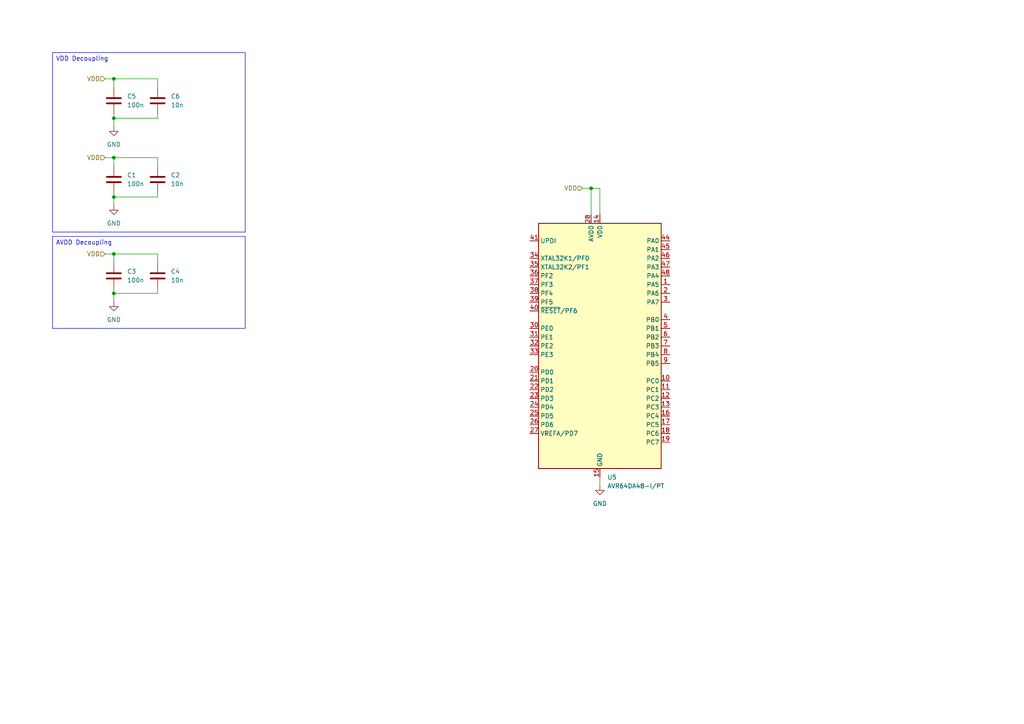
<source format=kicad_sch>
(kicad_sch (version 20250114) (generator "eeschema") (generator_version "9.0")
  (paper "A4")
  (lib_symbols
    (symbol "Device:C" (pin_numbers (hide yes)) (pin_names (offset 0.254))
      (property "Reference" "C" (at 0.635 2.54 0))
      (property "Value" "C" (at 0.635 -2.54 0))
      (symbol "C_0_1"
        (polyline (pts (xy -2.032 0.762) (xy 2.032 0.762)) (stroke (width 0.508)))
        (polyline (pts (xy -2.032 -0.762) (xy 2.032 -0.762)) (stroke (width 0.508)))
      )
      (symbol "C_1_1"
        (pin passive line (at 0 3.81 270) (length 2.794) (name "~") (number "1"))
        (pin passive line (at 0 -3.81 90) (length 2.794) (name "~") (number "2"))
      )
    )
    (symbol "MCU_Microchip_AVR_Dx:AVR64DA48x-xPT"
      (property "Reference" "U" (at -17.78 36.83 0))
      (property "Value" "AVR64DA48x-xPT" (at 5.08 -36.83 0))
      (symbol "AVR64DA48x-xPT_0_1"
        (rectangle (start -17.78 35.56) (end 17.78 -35.56) (stroke (width 0.254)) (fill (type background)))
      )
      (symbol "AVR64DA48x-xPT_1_1"
        (pin input line (at -20.32 30.48 0) (length 2.54) (name "UPDI") (number "41"))
        (pin bidirectional line (at -20.32 25.4 0) (length 2.54) (name "XTAL32K1/PF0") (number "34"))
        (pin bidirectional line (at -20.32 22.86 0) (length 2.54) (name "XTAL32K2/PF1") (number "35"))
        (pin bidirectional line (at -20.32 20.32 0) (length 2.54) (name "PF2") (number "36"))
        (pin bidirectional line (at -20.32 17.78 0) (length 2.54) (name "PF3") (number "37"))
        (pin bidirectional line (at -20.32 15.24 0) (length 2.54) (name "PF4") (number "38"))
        (pin bidirectional line (at -20.32 12.7 0) (length 2.54) (name "PF5") (number "39"))
        (pin bidirectional line (at -20.32 10.16 0) (length 2.54) (name "~{RESET}/PF6") (number "40"))
        (pin bidirectional line (at -20.32 5.08 0) (length 2.54) (name "PE0") (number "30"))
        (pin bidirectional line (at -20.32 2.54 0) (length 2.54) (name "PE1") (number "31"))
        (pin bidirectional line (at -20.32 0 0) (length 2.54) (name "PE2") (number "32"))
        (pin bidirectional line (at -20.32 -2.54 0) (length 2.54) (name "PE3") (number "33"))
        (pin bidirectional line (at -20.32 -7.62 0) (length 2.54) (name "PD0") (number "20"))
        (pin bidirectional line (at -20.32 -10.16 0) (length 2.54) (name "PD1") (number "21"))
        (pin bidirectional line (at -20.32 -12.7 0) (length 2.54) (name "PD2") (number "22"))
        (pin bidirectional line (at -20.32 -15.24 0) (length 2.54) (name "PD3") (number "23"))
        (pin bidirectional line (at -20.32 -17.78 0) (length 2.54) (name "PD4") (number "24"))
        (pin bidirectional line (at -20.32 -20.32 0) (length 2.54) (name "PD5") (number "25"))
        (pin bidirectional line (at -20.32 -22.86 0) (length 2.54) (name "PD6") (number "26"))
        (pin bidirectional line (at -20.32 -25.4 0) (length 2.54) (name "VREFA/PD7") (number "27"))
        (pin power_in line (at -2.54 38.1 270) (length 2.54) (name "AVDD") (number "28"))
        (pin power_in line (at 0 38.1 270) (length 2.54) (name "VDD") (number "14"))
        (pin passive line (at 0 38.1 270) (length 2.54) (hide yes) (name "VDD") (number "42"))
        (pin power_in line (at 0 -38.1 90) (length 2.54) (name "GND") (number "15"))
        (pin passive line (at 0 -38.1 90) (length 2.54) (hide yes) (name "GND") (number "29"))
        (pin passive line (at 0 -38.1 90) (length 2.54) (hide yes) (name "GND") (number "43"))
        (pin bidirectional line (at 20.32 30.48 180) (length 2.54) (name "PA0") (number "44"))
        (pin bidirectional line (at 20.32 27.94 180) (length 2.54) (name "PA1") (number "45"))
        (pin bidirectional line (at 20.32 25.4 180) (length 2.54) (name "PA2") (number "46"))
        (pin bidirectional line (at 20.32 22.86 180) (length 2.54) (name "PA3") (number "47"))
        (pin bidirectional line (at 20.32 20.32 180) (length 2.54) (name "PA4") (number "48"))
        (pin bidirectional line (at 20.32 17.78 180) (length 2.54) (name "PA5") (number "1"))
        (pin bidirectional line (at 20.32 15.24 180) (length 2.54) (name "PA6") (number "2"))
        (pin bidirectional line (at 20.32 12.7 180) (length 2.54) (name "PA7") (number "3"))
        (pin bidirectional line (at 20.32 7.62 180) (length 2.54) (name "PB0") (number "4"))
        (pin bidirectional line (at 20.32 5.08 180) (length 2.54) (name "PB1") (number "5"))
        (pin bidirectional line (at 20.32 2.54 180) (length 2.54) (name "PB2") (number "6"))
        (pin bidirectional line (at 20.32 0 180) (length 2.54) (name "PB3") (number "7"))
        (pin bidirectional line (at 20.32 -2.54 180) (length 2.54) (name "PB4") (number "8"))
        (pin bidirectional line (at 20.32 -5.08 180) (length 2.54) (name "PB5") (number "9"))
        (pin bidirectional line (at 20.32 -10.16 180) (length 2.54) (name "PC0") (number "10"))
        (pin bidirectional line (at 20.32 -12.7 180) (length 2.54) (name "PC1") (number "11"))
        (pin bidirectional line (at 20.32 -15.24 180) (length 2.54) (name "PC2") (number "12"))
        (pin bidirectional line (at 20.32 -17.78 180) (length 2.54) (name "PC3") (number "13"))
        (pin bidirectional line (at 20.32 -20.32 180) (length 2.54) (name "PC4") (number "16"))
        (pin bidirectional line (at 20.32 -22.86 180) (length 2.54) (name "PC5") (number "17"))
        (pin bidirectional line (at 20.32 -25.4 180) (length 2.54) (name "PC6") (number "18"))
        (pin bidirectional line (at 20.32 -27.94 180) (length 2.54) (name "PC7") (number "19"))
      )
    )
    (symbol "power:GND" (power) (pin_numbers (hide yes)) (pin_names (offset 0) (hide yes))
      (property "Value" "GND" (at 0 -3.81 0))
      (symbol "GND_0_1"
        (polyline (pts (xy 0 0) (xy 0 -1.27) (xy 1.27 -1.27) (xy 0 -2.54) (xy -1.27 -1.27) (xy 0 -1.27)))
      )
      (symbol "GND_1_1"
        (pin power_in line (at 0 0 270) (length 0) (name "~") (number "1"))
      )
    )
  )
  (text_box "VDD Decoupling" (at 15.24 15.24 0) (size 55.88 52.07) (margins 0.9525 0.9525 0.9525 0.9525) (effects (font (size 1.27 1.27)) (justify left top)))
  (text_box "AVDD Decoupling" (at 15.24 68.58 0) (size 55.88 26.67) (margins 0.9525 0.9525 0.9525 0.9525) (effects (font (size 1.27 1.27)) (justify left top)))
  (junction (at 171.45 54.61))
  (junction (at 33.02 22.86))
  (junction (at 33.02 45.72))
  (junction (at 33.02 73.66))
  (junction (at 33.02 85.09))
  (junction (at 33.02 34.29))
  (junction (at 33.02 57.15))
  (wire (pts (xy 33.02 34.29) (xy 33.02 36.83)))
  (wire (pts (xy 33.02 83.82) (xy 33.02 85.09)))
  (wire (pts (xy 45.72 22.86) (xy 45.72 25.4)))
  (wire (pts (xy 30.48 73.66) (xy 33.02 73.66)))
  (wire (pts (xy 33.02 57.15) (xy 33.02 59.69)))
  (wire (pts (xy 30.48 22.86) (xy 33.02 22.86)))
  (wire (pts (xy 168.91 54.61) (xy 171.45 54.61)))
  (wire (pts (xy 45.72 34.29) (xy 33.02 34.29)))
  (wire (pts (xy 45.72 45.72) (xy 45.72 48.26)))
  (wire (pts (xy 173.99 138.43) (xy 173.99 140.97)))
  (wire (pts (xy 33.02 85.09) (xy 33.02 87.63)))
  (wire (pts (xy 45.72 83.82) (xy 45.72 85.09)))
  (wire (pts (xy 45.72 85.09) (xy 33.02 85.09)))
  (wire (pts (xy 30.48 45.72) (xy 33.02 45.72)))
  (wire (pts (xy 33.02 73.66) (xy 45.72 73.66)))
  (wire (pts (xy 171.45 54.61) (xy 173.99 54.61)))
  (wire (pts (xy 33.02 55.88) (xy 33.02 57.15)))
  (wire (pts (xy 45.72 73.66) (xy 45.72 76.2)))
  (wire (pts (xy 45.72 33.02) (xy 45.72 34.29)))
  (wire (pts (xy 45.72 57.15) (xy 33.02 57.15)))
  (wire (pts (xy 33.02 45.72) (xy 45.72 45.72)))
  (wire (pts (xy 171.45 54.61) (xy 171.45 62.23)))
  (wire (pts (xy 33.02 48.26) (xy 33.02 45.72)))
  (wire (pts (xy 45.72 55.88) (xy 45.72 57.15)))
  (wire (pts (xy 33.02 25.4) (xy 33.02 22.86)))
  (wire (pts (xy 33.02 76.2) (xy 33.02 73.66)))
  (wire (pts (xy 173.99 54.61) (xy 173.99 62.23)))
  (wire (pts (xy 33.02 22.86) (xy 45.72 22.86)))
  (wire (pts (xy 33.02 33.02) (xy 33.02 34.29)))
  (hierarchical_label "VDD" (shape input) (at 30.48 73.66 180))
  (hierarchical_label "VDD" (shape input) (at 30.48 22.86 180))
  (hierarchical_label "VDD" (shape input) (at 30.48 45.72 180))
  (hierarchical_label "VDD" (shape input) (at 168.91 54.61 180))
  (symbol (lib_id "Device:C") (at 33.02 52.07 0) (unit 1)
    (property "Reference" "C1" (at 36.83 50.7999 0) (effects (justify left)))
    (property "Value" "100n" (at 36.83 53.3399 0) (effects (justify left)))
    (property "Description" "Unpolarized capacitor" (effects (hide yes)))
  )
  (symbol (lib_id "Device:C") (at 45.72 29.21 0) (unit 1)
    (property "Reference" "C6" (at 49.53 27.9399 0) (effects (justify left)))
    (property "Value" "10n" (at 49.53 30.4799 0) (effects (justify left)))
    (property "Description" "Unpolarized capacitor" (effects (hide yes)))
  )
  (symbol (lib_id "Device:C") (at 45.72 52.07 0) (unit 1)
    (property "Reference" "C2" (at 49.53 50.7999 0) (effects (justify left)))
    (property "Value" "10n" (at 49.53 53.3399 0) (effects (justify left)))
    (property "Description" "Unpolarized capacitor" (effects (hide yes)))
  )
  (symbol (lib_id "Device:C") (at 33.02 29.21 0) (unit 1)
    (property "Reference" "C5" (at 36.83 27.9399 0) (effects (justify left)))
    (property "Value" "100n" (at 36.83 30.4799 0) (effects (justify left)))
    (property "Description" "Unpolarized capacitor" (effects (hide yes)))
  )
  (symbol (lib_id "Device:C") (at 45.72 80.01 0) (unit 1)
    (property "Reference" "C4" (at 49.53 78.7399 0) (effects (justify left)))
    (property "Value" "10n" (at 49.53 81.2799 0) (effects (justify left)))
    (property "Description" "Unpolarized capacitor" (effects (hide yes)))
  )
  (symbol (lib_id "power:GND") (at 33.02 36.83 0) (unit 1)
    (property "Reference" "#PWR013" (effects (hide yes)))
    (property "Value" "GND" (at 33.02 41.91 0))
    (property "Description" "Power symbol creates a global label with name \"GND\" , ground" (effects (hide yes)))
  )
  (symbol (lib_id "power:GND") (at 33.02 87.63 0) (unit 1)
    (property "Reference" "#PWR012" (effects (hide yes)))
    (property "Value" "GND" (at 33.02 92.71 0))
    (property "Description" "Power symbol creates a global label with name \"GND\" , ground" (effects (hide yes)))
  )
  (symbol (lib_id "power:GND") (at 33.02 59.69 0) (unit 1)
    (property "Reference" "#PWR011" (effects (hide yes)))
    (property "Value" "GND" (at 33.02 64.77 0))
    (property "Description" "Power symbol creates a global label with name \"GND\" , ground" (effects (hide yes)))
  )
  (symbol (lib_id "power:GND") (at 173.99 140.97 0) (unit 1)
    (property "Reference" "#PWR014" (effects (hide yes)))
    (property "Value" "GND" (at 173.99 146.05 0))
    (property "Description" "Power symbol creates a global label with name \"GND\" , ground" (effects (hide yes)))
  )
  (symbol (lib_id "Device:C") (at 33.02 80.01 0) (unit 1)
    (property "Reference" "C3" (at 36.83 78.7399 0) (effects (justify left)))
    (property "Value" "100n" (at 36.83 81.2799 0) (effects (justify left)))
    (property "Description" "Unpolarized capacitor" (effects (hide yes)))
  )
  (symbol (lib_id "MCU_Microchip_AVR_Dx:AVR64DA48x-xPT") (at 173.99 100.33 0) (unit 1)
    (property "Reference" "U5" (at 176.1333 138.43 0) (effects (justify left)))
    (property "Value" "AVR64DA48-I/PT" (at 176.1333 140.97 0) (effects (justify left)))
    (property "Footprint" "Package_QFP:TQFP-48_7x7mm_P0.5mm" (effects (hide yes)))
    (property "Datasheet" "https://ww1.microchip.com/downloads/en/DeviceDoc/AVR64DA28-32-48-64-Data-Sheet-40002233B.pdf" (effects (hide yes)))
    (property "Description" "24MHz, 64kB Flash, 8kB SRAM, EEPROM with Touch Sensing, TQFP-48" (effects (hide yes)))
    (property "PartNo" "AVR64DA48-I/PT" (effects (hide yes)))
  )
)
</source>
